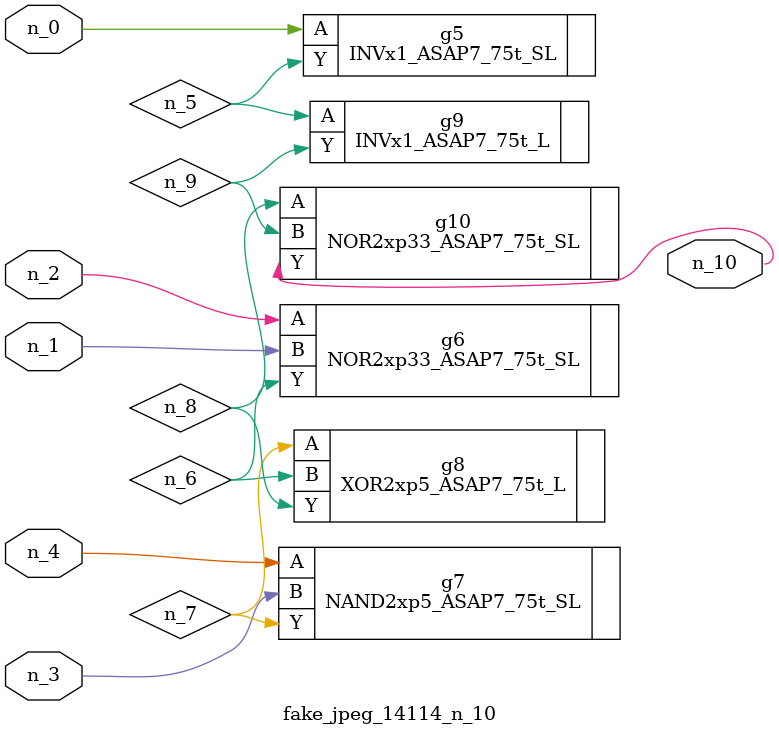
<source format=v>
module fake_jpeg_14114_n_10 (n_3, n_2, n_1, n_0, n_4, n_10);

input n_3;
input n_2;
input n_1;
input n_0;
input n_4;

output n_10;

wire n_8;
wire n_9;
wire n_6;
wire n_5;
wire n_7;

INVx1_ASAP7_75t_SL g5 ( 
.A(n_0),
.Y(n_5)
);

NOR2xp33_ASAP7_75t_SL g6 ( 
.A(n_2),
.B(n_1),
.Y(n_6)
);

NAND2xp5_ASAP7_75t_SL g7 ( 
.A(n_4),
.B(n_3),
.Y(n_7)
);

XOR2xp5_ASAP7_75t_L g8 ( 
.A(n_7),
.B(n_6),
.Y(n_8)
);

NOR2xp33_ASAP7_75t_SL g10 ( 
.A(n_8),
.B(n_9),
.Y(n_10)
);

INVx1_ASAP7_75t_L g9 ( 
.A(n_5),
.Y(n_9)
);


endmodule
</source>
